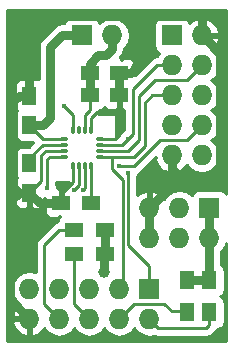
<source format=gtl>
G04 #@! TF.FileFunction,Copper,L1,Top,Signal*
%FSLAX46Y46*%
G04 Gerber Fmt 4.6, Leading zero omitted, Abs format (unit mm)*
G04 Created by KiCad (PCBNEW 0.201509061501+6161~29~ubuntu14.04.1-product) date Sam 12 Sep 2015 09:24:29 CEST*
%MOMM*%
G01*
G04 APERTURE LIST*
%ADD10C,0.100000*%
%ADD11R,1.250000X1.500000*%
%ADD12R,1.500000X1.250000*%
%ADD13R,1.727200X1.727200*%
%ADD14O,1.727200X1.727200*%
%ADD15R,1.300000X1.500000*%
%ADD16R,1.500000X1.300000*%
%ADD17O,0.800000X0.300000*%
%ADD18O,0.300000X0.800000*%
%ADD19C,1.000000*%
%ADD20C,0.400000*%
%ADD21C,0.750000*%
%ADD22C,0.250000*%
%ADD23C,0.254000*%
G04 APERTURE END LIST*
D10*
D11*
X101600000Y-110470000D03*
X101600000Y-107970000D03*
X101600000Y-113685000D03*
X101600000Y-116185000D03*
D12*
X106787000Y-117094000D03*
X104287000Y-117094000D03*
X106700000Y-106045000D03*
X109200000Y-106045000D03*
X106700000Y-107950000D03*
X109200000Y-107950000D03*
D13*
X111760000Y-124333000D03*
D14*
X111760000Y-126873000D03*
X109220000Y-124333000D03*
X109220000Y-126873000D03*
X106680000Y-124333000D03*
X106680000Y-126873000D03*
X104140000Y-124333000D03*
X104140000Y-126873000D03*
X101600000Y-124333000D03*
X101600000Y-126873000D03*
D13*
X106045000Y-102870000D03*
D14*
X108585000Y-102870000D03*
D13*
X113665000Y-102870000D03*
D14*
X116205000Y-102870000D03*
X113665000Y-105410000D03*
X116205000Y-105410000D03*
X113665000Y-107950000D03*
X116205000Y-107950000D03*
X113665000Y-110490000D03*
X116205000Y-110490000D03*
X113665000Y-113030000D03*
X116205000Y-113030000D03*
D15*
X116840000Y-123618000D03*
X116840000Y-126318000D03*
X114935000Y-123618000D03*
X114935000Y-126318000D03*
D16*
X108030000Y-121412000D03*
X105330000Y-121412000D03*
X108030000Y-119380000D03*
X105330000Y-119380000D03*
D17*
X104545000Y-111645000D03*
X104545000Y-112145000D03*
X104545000Y-112645000D03*
X104545000Y-113145000D03*
D18*
X105295000Y-113895000D03*
X105795000Y-113895000D03*
X106295000Y-113895000D03*
X106795000Y-113895000D03*
D17*
X107545000Y-113145000D03*
X107545000Y-112645000D03*
X107545000Y-112145000D03*
X107545000Y-111645000D03*
D18*
X106795000Y-110895000D03*
X106295000Y-110895000D03*
X105795000Y-110895000D03*
X105295000Y-110895000D03*
D13*
X116840000Y-117475000D03*
D14*
X116840000Y-120015000D03*
X114300000Y-117475000D03*
X114300000Y-120015000D03*
X111760000Y-117475000D03*
X111760000Y-120015000D03*
D19*
X107950000Y-122936000D03*
X110744000Y-105537000D03*
X111252000Y-104140000D03*
D20*
X109982000Y-114554000D03*
X109982000Y-111633000D03*
X103124000Y-115824000D03*
X109220000Y-113919000D03*
X105410000Y-115951000D03*
X104521000Y-108839000D03*
X106172000Y-115951000D03*
D21*
X108030000Y-121412000D02*
X107950000Y-121492000D01*
X107950000Y-121492000D02*
X107950000Y-122936000D01*
X108030000Y-121412000D02*
X108030000Y-119380000D01*
X116840000Y-120015000D02*
X116840000Y-123618000D01*
X116840000Y-120015000D02*
X116840000Y-117475000D01*
X114935000Y-123618000D02*
X114808000Y-123491000D01*
X114935000Y-123618000D02*
X116840000Y-123618000D01*
X101600000Y-110470000D02*
X102763000Y-110470000D01*
X102763000Y-110470000D02*
X103378000Y-109855000D01*
X103378000Y-109855000D02*
X103378000Y-103886000D01*
X103378000Y-103886000D02*
X104394000Y-102870000D01*
X104394000Y-102870000D02*
X106045000Y-102870000D01*
D22*
X104545000Y-111645000D02*
X102775000Y-111645000D01*
X102775000Y-111645000D02*
X101600000Y-110470000D01*
D21*
X101600000Y-116185000D02*
X102509000Y-117094000D01*
X102509000Y-117094000D02*
X104287000Y-117094000D01*
X101600000Y-126873000D02*
X99949000Y-125222000D01*
X99949000Y-116927000D02*
X100691000Y-116185000D01*
X99949000Y-125222000D02*
X99949000Y-116927000D01*
X111760000Y-117475000D02*
X114427000Y-114808000D01*
X114427000Y-114808000D02*
X114300000Y-114808000D01*
X111760000Y-120015000D02*
X111760000Y-117475000D01*
X113665000Y-113030000D02*
X113665000Y-114173000D01*
X113665000Y-114173000D02*
X114300000Y-114808000D01*
X117729000Y-104394000D02*
X116205000Y-102870000D01*
X114300000Y-114808000D02*
X116840000Y-114808000D01*
X116840000Y-114808000D02*
X117729000Y-113919000D01*
X117729000Y-113919000D02*
X117729000Y-104394000D01*
X109200000Y-106045000D02*
X110236000Y-106045000D01*
X111252000Y-105029000D02*
X111252000Y-104140000D01*
X111252000Y-104140000D02*
X111252000Y-101219000D01*
X110236000Y-106045000D02*
X110744000Y-105537000D01*
X110744000Y-105537000D02*
X111252000Y-105029000D01*
X109200000Y-106045000D02*
X109200000Y-107950000D01*
X101600000Y-116185000D02*
X100691000Y-116185000D01*
X100691000Y-107970000D02*
X101600000Y-107970000D01*
X100203000Y-108458000D02*
X100691000Y-107970000D01*
X100203000Y-115697000D02*
X100203000Y-108458000D01*
X100691000Y-116185000D02*
X100203000Y-115697000D01*
X116205000Y-102870000D02*
X116205000Y-101346000D01*
X116078000Y-101219000D02*
X111252000Y-101219000D01*
X116205000Y-101346000D02*
X116078000Y-101219000D01*
X111252000Y-101219000D02*
X102997000Y-101219000D01*
X101600000Y-102616000D02*
X101600000Y-107970000D01*
X102997000Y-101219000D02*
X101600000Y-102616000D01*
D22*
X107545000Y-111645000D02*
X108827000Y-111645000D01*
X109200000Y-111272000D02*
X109200000Y-111252000D01*
X109200000Y-111252000D02*
X109200000Y-109113000D01*
X108827000Y-111645000D02*
X109200000Y-111272000D01*
X105295000Y-113895000D02*
X105295000Y-115304000D01*
X105295000Y-115304000D02*
X104287000Y-116312000D01*
X104287000Y-116312000D02*
X104287000Y-117094000D01*
X104545000Y-112645000D02*
X103001000Y-112645000D01*
X102616000Y-115169000D02*
X101600000Y-116185000D01*
X102616000Y-113030000D02*
X102616000Y-115169000D01*
X103001000Y-112645000D02*
X102616000Y-113030000D01*
X106795000Y-110895000D02*
X106795000Y-109867000D01*
X109200000Y-109113000D02*
X109200000Y-107950000D01*
X108966000Y-109347000D02*
X109200000Y-109113000D01*
X107315000Y-109347000D02*
X108966000Y-109347000D01*
X106795000Y-109867000D02*
X107315000Y-109347000D01*
X104545000Y-112145000D02*
X102739000Y-112145000D01*
X102739000Y-112145000D02*
X101600000Y-113284000D01*
X101600000Y-113284000D02*
X101600000Y-113685000D01*
X106795000Y-113895000D02*
X106795000Y-117086000D01*
X106795000Y-117086000D02*
X106787000Y-117094000D01*
D21*
X106700000Y-106045000D02*
X106700000Y-105263000D01*
X108585000Y-104013000D02*
X108585000Y-102870000D01*
X108077000Y-104521000D02*
X108585000Y-104013000D01*
X107442000Y-104521000D02*
X108077000Y-104521000D01*
X106700000Y-105263000D02*
X107442000Y-104521000D01*
X106700000Y-106045000D02*
X106700000Y-107950000D01*
D22*
X106295000Y-110895000D02*
X106295000Y-109605000D01*
X106700000Y-109200000D02*
X106700000Y-106045000D01*
X106295000Y-109605000D02*
X106700000Y-109200000D01*
X111760000Y-124333000D02*
X111760000Y-122936000D01*
X109982000Y-111633000D02*
X110045500Y-111569500D01*
X109982000Y-120650000D02*
X109982000Y-114554000D01*
X111760000Y-122428000D02*
X109982000Y-120650000D01*
X111760000Y-122936000D02*
X111760000Y-122428000D01*
X107545000Y-112145000D02*
X109470000Y-112145000D01*
X112395000Y-105410000D02*
X113665000Y-105410000D01*
X110363000Y-107442000D02*
X112395000Y-105410000D01*
X110363000Y-111252000D02*
X110363000Y-107442000D01*
X109470000Y-112145000D02*
X110045500Y-111569500D01*
X110045500Y-111569500D02*
X110363000Y-111252000D01*
X111760000Y-126873000D02*
X112522000Y-127635000D01*
X116840000Y-127381000D02*
X116840000Y-126318000D01*
X116586000Y-127635000D02*
X116840000Y-127381000D01*
X116332000Y-127635000D02*
X116586000Y-127635000D01*
X112522000Y-127635000D02*
X116332000Y-127635000D01*
X109220000Y-124333000D02*
X109531998Y-124021002D01*
X109531998Y-124021002D02*
X109531998Y-115119998D01*
X109531998Y-115119998D02*
X108585000Y-114173000D01*
X108585000Y-114173000D02*
X108585000Y-113145000D01*
X108585000Y-113145000D02*
X108585000Y-113157000D01*
X108585000Y-113157000D02*
X108585000Y-113145000D01*
X113665000Y-107950000D02*
X112014000Y-107950000D01*
X112014000Y-107950000D02*
X111379000Y-108585000D01*
X111379000Y-108585000D02*
X111379000Y-112204500D01*
X111379000Y-112204500D02*
X110438500Y-113145000D01*
X110438500Y-113145000D02*
X108585000Y-113145000D01*
X108585000Y-113145000D02*
X107545000Y-113145000D01*
X109220000Y-113145000D02*
X109220000Y-113157000D01*
X109220000Y-113157000D02*
X109220000Y-113145000D01*
X107545000Y-113145000D02*
X109220000Y-113145000D01*
X111379000Y-108585000D02*
X112014000Y-107950000D01*
X112014000Y-107950000D02*
X113665000Y-107950000D01*
X111379000Y-108585000D02*
X112014000Y-107950000D01*
X109220000Y-126873000D02*
X110490000Y-125603000D01*
X113665000Y-126238000D02*
X114855000Y-126238000D01*
X113030000Y-125603000D02*
X113665000Y-126238000D01*
X110490000Y-125603000D02*
X113030000Y-125603000D01*
X114855000Y-126238000D02*
X114935000Y-126318000D01*
X104545000Y-113145000D02*
X103332002Y-113145000D01*
X103124000Y-113353002D02*
X103124000Y-115824000D01*
X103332002Y-113145000D02*
X103124000Y-113353002D01*
X106680000Y-126873000D02*
X105410000Y-125603000D01*
X105410000Y-125603000D02*
X105410000Y-121492000D01*
X105410000Y-121492000D02*
X105330000Y-121412000D01*
X116205000Y-110490000D02*
X114935000Y-111760000D01*
X112649000Y-111760000D02*
X110490000Y-113919000D01*
X114935000Y-111760000D02*
X112649000Y-111760000D01*
X109220000Y-113919000D02*
X110490000Y-113919000D01*
X105795000Y-115566000D02*
X105795000Y-113895000D01*
X105410000Y-115951000D02*
X105795000Y-115566000D01*
X104140000Y-126873000D02*
X102870000Y-125603000D01*
X104140000Y-119380000D02*
X105330000Y-119380000D01*
X102870000Y-120650000D02*
X104140000Y-119380000D01*
X102870000Y-120904000D02*
X102870000Y-120650000D01*
X102870000Y-125603000D02*
X102870000Y-120904000D01*
X105295000Y-109613000D02*
X104521000Y-108839000D01*
X105295000Y-109613000D02*
X105295000Y-110895000D01*
X106295000Y-113895000D02*
X106295000Y-115828000D01*
X106295000Y-115828000D02*
X106172000Y-115951000D01*
X106295000Y-113895000D02*
X106299000Y-113899000D01*
X107545000Y-112645000D02*
X109922500Y-112645000D01*
X114935000Y-106680000D02*
X116205000Y-105410000D01*
X112204500Y-106680000D02*
X114935000Y-106680000D01*
X110871000Y-108013500D02*
X112204500Y-106680000D01*
X110871000Y-111696500D02*
X110871000Y-108013500D01*
X109922500Y-112645000D02*
X110871000Y-111696500D01*
D23*
G36*
X118265000Y-116311183D02*
X118167690Y-116159959D01*
X117955490Y-116014969D01*
X117703600Y-115963960D01*
X115976400Y-115963960D01*
X115741083Y-116008238D01*
X115524959Y-116147310D01*
X115379969Y-116359510D01*
X115371136Y-116403131D01*
X115359670Y-116385971D01*
X114873489Y-116061115D01*
X114300000Y-115947041D01*
X113726511Y-116061115D01*
X113240330Y-116385971D01*
X113024336Y-116709228D01*
X112966821Y-116586510D01*
X112534947Y-116192312D01*
X112119026Y-116020042D01*
X111887000Y-116141183D01*
X111887000Y-117348000D01*
X111907000Y-117348000D01*
X111907000Y-117602000D01*
X111887000Y-117602000D01*
X111887000Y-119888000D01*
X111907000Y-119888000D01*
X111907000Y-120142000D01*
X111887000Y-120142000D01*
X111887000Y-120162000D01*
X111633000Y-120162000D01*
X111633000Y-120142000D01*
X111613000Y-120142000D01*
X111613000Y-119888000D01*
X111633000Y-119888000D01*
X111633000Y-117602000D01*
X111613000Y-117602000D01*
X111613000Y-117348000D01*
X111633000Y-117348000D01*
X111633000Y-116141183D01*
X111400974Y-116020042D01*
X110985053Y-116192312D01*
X110742000Y-116414161D01*
X110742000Y-114901091D01*
X110816855Y-114720821D01*
X110816963Y-114597011D01*
X111027401Y-114456401D01*
X112326800Y-113157002D01*
X112331182Y-113157002D01*
X112210042Y-113389026D01*
X112382312Y-113804947D01*
X112776510Y-114236821D01*
X113305973Y-114484968D01*
X113538000Y-114364469D01*
X113538000Y-113157000D01*
X113518000Y-113157000D01*
X113518000Y-112903000D01*
X113538000Y-112903000D01*
X113538000Y-112883000D01*
X113792000Y-112883000D01*
X113792000Y-112903000D01*
X113812000Y-112903000D01*
X113812000Y-113157000D01*
X113792000Y-113157000D01*
X113792000Y-114364469D01*
X114024027Y-114484968D01*
X114553490Y-114236821D01*
X114935008Y-113818839D01*
X115115971Y-114089670D01*
X115602152Y-114414526D01*
X116175641Y-114528600D01*
X116234359Y-114528600D01*
X116807848Y-114414526D01*
X117294029Y-114089670D01*
X117618885Y-113603489D01*
X117732959Y-113030000D01*
X117618885Y-112456511D01*
X117294029Y-111970330D01*
X116979248Y-111760000D01*
X117294029Y-111549670D01*
X117618885Y-111063489D01*
X117732959Y-110490000D01*
X117618885Y-109916511D01*
X117294029Y-109430330D01*
X116979248Y-109220000D01*
X117294029Y-109009670D01*
X117618885Y-108523489D01*
X117732959Y-107950000D01*
X117618885Y-107376511D01*
X117294029Y-106890330D01*
X116979248Y-106680000D01*
X117294029Y-106469670D01*
X117618885Y-105983489D01*
X117732959Y-105410000D01*
X117618885Y-104836511D01*
X117294029Y-104350330D01*
X116970772Y-104134336D01*
X117093490Y-104076821D01*
X117487688Y-103644947D01*
X117659958Y-103229026D01*
X117538817Y-102997000D01*
X116332000Y-102997000D01*
X116332000Y-103017000D01*
X116078000Y-103017000D01*
X116078000Y-102997000D01*
X116058000Y-102997000D01*
X116058000Y-102743000D01*
X116078000Y-102743000D01*
X116078000Y-101535531D01*
X116332000Y-101535531D01*
X116332000Y-102743000D01*
X117538817Y-102743000D01*
X117659958Y-102510974D01*
X117487688Y-102095053D01*
X117093490Y-101663179D01*
X116564027Y-101415032D01*
X116332000Y-101535531D01*
X116078000Y-101535531D01*
X115845973Y-101415032D01*
X115316510Y-101663179D01*
X115146505Y-101849433D01*
X115131762Y-101771083D01*
X114992690Y-101554959D01*
X114780490Y-101409969D01*
X114528600Y-101358960D01*
X112801400Y-101358960D01*
X112566083Y-101403238D01*
X112349959Y-101542310D01*
X112204969Y-101754510D01*
X112153960Y-102006400D01*
X112153960Y-103733600D01*
X112198238Y-103968917D01*
X112337310Y-104185041D01*
X112549510Y-104330031D01*
X112593131Y-104338864D01*
X112575971Y-104350330D01*
X112372785Y-104654419D01*
X112104161Y-104707852D01*
X111857599Y-104872599D01*
X110492224Y-106237974D01*
X110426250Y-106172000D01*
X109327000Y-106172000D01*
X109327000Y-107823000D01*
X109347000Y-107823000D01*
X109347000Y-108077000D01*
X109327000Y-108077000D01*
X109327000Y-109051250D01*
X109485750Y-109210000D01*
X109603000Y-109210000D01*
X109603000Y-110886128D01*
X109509628Y-110924708D01*
X109274534Y-111159393D01*
X109199071Y-111341127D01*
X109155198Y-111385000D01*
X108915200Y-111385000D01*
X108915200Y-109651800D01*
X108905194Y-109602390D01*
X108876753Y-109560765D01*
X108834359Y-109533485D01*
X108788200Y-109524800D01*
X107379456Y-109524800D01*
X107402147Y-109490840D01*
X107402148Y-109490839D01*
X107455752Y-109221358D01*
X107685317Y-109178162D01*
X107901441Y-109039090D01*
X107947969Y-108970994D01*
X108090302Y-109113327D01*
X108323691Y-109210000D01*
X108914250Y-109210000D01*
X109073000Y-109051250D01*
X109073000Y-108077000D01*
X109053000Y-108077000D01*
X109053000Y-107823000D01*
X109073000Y-107823000D01*
X109073000Y-106172000D01*
X109053000Y-106172000D01*
X109053000Y-105918000D01*
X109073000Y-105918000D01*
X109073000Y-105898000D01*
X109327000Y-105898000D01*
X109327000Y-105918000D01*
X110426250Y-105918000D01*
X110585000Y-105759250D01*
X110585000Y-105293690D01*
X110488327Y-105060301D01*
X110309698Y-104881673D01*
X110076309Y-104785000D01*
X109485750Y-104785000D01*
X109327002Y-104943748D01*
X109327002Y-104785000D01*
X109241356Y-104785000D01*
X109299178Y-104727178D01*
X109518118Y-104399511D01*
X109595000Y-104013000D01*
X109595000Y-103982476D01*
X109674029Y-103929670D01*
X109998885Y-103443489D01*
X110112959Y-102870000D01*
X109998885Y-102296511D01*
X109674029Y-101810330D01*
X109187848Y-101485474D01*
X108614359Y-101371400D01*
X108555641Y-101371400D01*
X107982152Y-101485474D01*
X107516558Y-101796574D01*
X107511762Y-101771083D01*
X107372690Y-101554959D01*
X107160490Y-101409969D01*
X106908600Y-101358960D01*
X105181400Y-101358960D01*
X104946083Y-101403238D01*
X104729959Y-101542310D01*
X104584969Y-101754510D01*
X104563607Y-101860000D01*
X104394000Y-101860000D01*
X104007490Y-101936882D01*
X103679822Y-102155822D01*
X102663822Y-103171822D01*
X102444882Y-103499490D01*
X102368000Y-103886000D01*
X102368000Y-106591913D01*
X102351310Y-106585000D01*
X101885750Y-106585000D01*
X101727000Y-106743750D01*
X101727000Y-107843000D01*
X101747000Y-107843000D01*
X101747000Y-108097000D01*
X101727000Y-108097000D01*
X101727000Y-108117000D01*
X101473000Y-108117000D01*
X101473000Y-108097000D01*
X100498750Y-108097000D01*
X100340000Y-108255750D01*
X100340000Y-108846309D01*
X100436673Y-109079698D01*
X100577910Y-109220936D01*
X100523559Y-109255910D01*
X100378569Y-109468110D01*
X100327560Y-109720000D01*
X100327560Y-111220000D01*
X100371838Y-111455317D01*
X100510910Y-111671441D01*
X100723110Y-111816431D01*
X100975000Y-111867440D01*
X101922638Y-111867440D01*
X101932198Y-111877000D01*
X101521638Y-112287560D01*
X100975000Y-112287560D01*
X100739683Y-112331838D01*
X100523559Y-112470910D01*
X100378569Y-112683110D01*
X100327560Y-112935000D01*
X100327560Y-114435000D01*
X100371838Y-114670317D01*
X100510910Y-114886441D01*
X100579006Y-114932969D01*
X100436673Y-115075302D01*
X100340000Y-115308691D01*
X100340000Y-115899250D01*
X100498750Y-116058000D01*
X101473000Y-116058000D01*
X101473000Y-116038000D01*
X101727000Y-116038000D01*
X101727000Y-116058000D01*
X101747000Y-116058000D01*
X101747000Y-116312000D01*
X101727000Y-116312000D01*
X101727000Y-117411250D01*
X101885750Y-117570000D01*
X102351310Y-117570000D01*
X102584699Y-117473327D01*
X102763327Y-117294698D01*
X102860000Y-117061309D01*
X102860000Y-116618503D01*
X102902000Y-116635943D01*
X102902000Y-116808250D01*
X103060750Y-116967000D01*
X104160000Y-116967000D01*
X104160000Y-115992750D01*
X104001250Y-115834000D01*
X103958992Y-115834000D01*
X103959145Y-115658637D01*
X103884000Y-115476771D01*
X103884000Y-115265200D01*
X104915097Y-115265200D01*
X104702534Y-115477393D01*
X104575145Y-115784179D01*
X104575102Y-115834000D01*
X104572750Y-115834000D01*
X104414000Y-115992750D01*
X104414000Y-116967000D01*
X104434000Y-116967000D01*
X104434000Y-117221000D01*
X104414000Y-117221000D01*
X104414000Y-117241000D01*
X104160000Y-117241000D01*
X104160000Y-117221000D01*
X103060750Y-117221000D01*
X102902000Y-117379750D01*
X102902000Y-117845310D01*
X102998673Y-118078699D01*
X103177302Y-118257327D01*
X103410691Y-118354000D01*
X104001250Y-118354000D01*
X104159998Y-118195252D01*
X104159998Y-118245680D01*
X104128559Y-118265910D01*
X103983569Y-118478110D01*
X103947064Y-118658378D01*
X103849160Y-118677852D01*
X103602599Y-118842599D01*
X102332599Y-120112599D01*
X102167852Y-120359161D01*
X102110000Y-120650000D01*
X102110000Y-122906486D01*
X101600000Y-122805041D01*
X101026511Y-122919115D01*
X100540330Y-123243971D01*
X100215474Y-123730152D01*
X100101400Y-124303641D01*
X100101400Y-124362359D01*
X100215474Y-124935848D01*
X100540330Y-125422029D01*
X100811161Y-125602992D01*
X100393179Y-125984510D01*
X100145032Y-126513973D01*
X100265531Y-126746000D01*
X101473000Y-126746000D01*
X101473000Y-126726000D01*
X101727000Y-126726000D01*
X101727000Y-126746000D01*
X101747000Y-126746000D01*
X101747000Y-127000000D01*
X101727000Y-127000000D01*
X101727000Y-128206817D01*
X101959026Y-128327958D01*
X102374947Y-128155688D01*
X102806821Y-127761490D01*
X102864336Y-127638772D01*
X103080330Y-127962029D01*
X103566511Y-128286885D01*
X104140000Y-128400959D01*
X104713489Y-128286885D01*
X105199670Y-127962029D01*
X105410000Y-127647248D01*
X105620330Y-127962029D01*
X106106511Y-128286885D01*
X106680000Y-128400959D01*
X107253489Y-128286885D01*
X107739670Y-127962029D01*
X107950000Y-127647248D01*
X108160330Y-127962029D01*
X108646511Y-128286885D01*
X109220000Y-128400959D01*
X109793489Y-128286885D01*
X110279670Y-127962029D01*
X110490000Y-127647248D01*
X110700330Y-127962029D01*
X111186511Y-128286885D01*
X111760000Y-128400959D01*
X112196668Y-128314100D01*
X112231161Y-128337148D01*
X112522000Y-128395000D01*
X116586000Y-128395000D01*
X116876839Y-128337148D01*
X117123401Y-128172401D01*
X117377401Y-127918401D01*
X117516325Y-127710487D01*
X117725317Y-127671162D01*
X117941441Y-127532090D01*
X118086431Y-127319890D01*
X118137440Y-127068000D01*
X118137440Y-125568000D01*
X118093162Y-125332683D01*
X117954090Y-125116559D01*
X117741890Y-124971569D01*
X117728803Y-124968919D01*
X117941441Y-124832090D01*
X118086431Y-124619890D01*
X118137440Y-124368000D01*
X118137440Y-122868000D01*
X118093162Y-122632683D01*
X117954090Y-122416559D01*
X117850000Y-122345437D01*
X117850000Y-121137217D01*
X117899670Y-121104029D01*
X118224526Y-120617848D01*
X118265000Y-120414371D01*
X118265000Y-128765000D01*
X99735000Y-128765000D01*
X99735000Y-127232027D01*
X100145032Y-127232027D01*
X100393179Y-127761490D01*
X100825053Y-128155688D01*
X101240974Y-128327958D01*
X101473000Y-128206817D01*
X101473000Y-127000000D01*
X100265531Y-127000000D01*
X100145032Y-127232027D01*
X99735000Y-127232027D01*
X99735000Y-116470750D01*
X100340000Y-116470750D01*
X100340000Y-117061309D01*
X100436673Y-117294698D01*
X100615301Y-117473327D01*
X100848690Y-117570000D01*
X101314250Y-117570000D01*
X101473000Y-117411250D01*
X101473000Y-116312000D01*
X100498750Y-116312000D01*
X100340000Y-116470750D01*
X99735000Y-116470750D01*
X99735000Y-107093691D01*
X100340000Y-107093691D01*
X100340000Y-107684250D01*
X100498750Y-107843000D01*
X101473000Y-107843000D01*
X101473000Y-106743750D01*
X101314250Y-106585000D01*
X100848690Y-106585000D01*
X100615301Y-106681673D01*
X100436673Y-106860302D01*
X100340000Y-107093691D01*
X99735000Y-107093691D01*
X99735000Y-100735000D01*
X118265000Y-100735000D01*
X118265000Y-116311183D01*
X118265000Y-116311183D01*
G37*
X118265000Y-116311183D02*
X118167690Y-116159959D01*
X117955490Y-116014969D01*
X117703600Y-115963960D01*
X115976400Y-115963960D01*
X115741083Y-116008238D01*
X115524959Y-116147310D01*
X115379969Y-116359510D01*
X115371136Y-116403131D01*
X115359670Y-116385971D01*
X114873489Y-116061115D01*
X114300000Y-115947041D01*
X113726511Y-116061115D01*
X113240330Y-116385971D01*
X113024336Y-116709228D01*
X112966821Y-116586510D01*
X112534947Y-116192312D01*
X112119026Y-116020042D01*
X111887000Y-116141183D01*
X111887000Y-117348000D01*
X111907000Y-117348000D01*
X111907000Y-117602000D01*
X111887000Y-117602000D01*
X111887000Y-119888000D01*
X111907000Y-119888000D01*
X111907000Y-120142000D01*
X111887000Y-120142000D01*
X111887000Y-120162000D01*
X111633000Y-120162000D01*
X111633000Y-120142000D01*
X111613000Y-120142000D01*
X111613000Y-119888000D01*
X111633000Y-119888000D01*
X111633000Y-117602000D01*
X111613000Y-117602000D01*
X111613000Y-117348000D01*
X111633000Y-117348000D01*
X111633000Y-116141183D01*
X111400974Y-116020042D01*
X110985053Y-116192312D01*
X110742000Y-116414161D01*
X110742000Y-114901091D01*
X110816855Y-114720821D01*
X110816963Y-114597011D01*
X111027401Y-114456401D01*
X112326800Y-113157002D01*
X112331182Y-113157002D01*
X112210042Y-113389026D01*
X112382312Y-113804947D01*
X112776510Y-114236821D01*
X113305973Y-114484968D01*
X113538000Y-114364469D01*
X113538000Y-113157000D01*
X113518000Y-113157000D01*
X113518000Y-112903000D01*
X113538000Y-112903000D01*
X113538000Y-112883000D01*
X113792000Y-112883000D01*
X113792000Y-112903000D01*
X113812000Y-112903000D01*
X113812000Y-113157000D01*
X113792000Y-113157000D01*
X113792000Y-114364469D01*
X114024027Y-114484968D01*
X114553490Y-114236821D01*
X114935008Y-113818839D01*
X115115971Y-114089670D01*
X115602152Y-114414526D01*
X116175641Y-114528600D01*
X116234359Y-114528600D01*
X116807848Y-114414526D01*
X117294029Y-114089670D01*
X117618885Y-113603489D01*
X117732959Y-113030000D01*
X117618885Y-112456511D01*
X117294029Y-111970330D01*
X116979248Y-111760000D01*
X117294029Y-111549670D01*
X117618885Y-111063489D01*
X117732959Y-110490000D01*
X117618885Y-109916511D01*
X117294029Y-109430330D01*
X116979248Y-109220000D01*
X117294029Y-109009670D01*
X117618885Y-108523489D01*
X117732959Y-107950000D01*
X117618885Y-107376511D01*
X117294029Y-106890330D01*
X116979248Y-106680000D01*
X117294029Y-106469670D01*
X117618885Y-105983489D01*
X117732959Y-105410000D01*
X117618885Y-104836511D01*
X117294029Y-104350330D01*
X116970772Y-104134336D01*
X117093490Y-104076821D01*
X117487688Y-103644947D01*
X117659958Y-103229026D01*
X117538817Y-102997000D01*
X116332000Y-102997000D01*
X116332000Y-103017000D01*
X116078000Y-103017000D01*
X116078000Y-102997000D01*
X116058000Y-102997000D01*
X116058000Y-102743000D01*
X116078000Y-102743000D01*
X116078000Y-101535531D01*
X116332000Y-101535531D01*
X116332000Y-102743000D01*
X117538817Y-102743000D01*
X117659958Y-102510974D01*
X117487688Y-102095053D01*
X117093490Y-101663179D01*
X116564027Y-101415032D01*
X116332000Y-101535531D01*
X116078000Y-101535531D01*
X115845973Y-101415032D01*
X115316510Y-101663179D01*
X115146505Y-101849433D01*
X115131762Y-101771083D01*
X114992690Y-101554959D01*
X114780490Y-101409969D01*
X114528600Y-101358960D01*
X112801400Y-101358960D01*
X112566083Y-101403238D01*
X112349959Y-101542310D01*
X112204969Y-101754510D01*
X112153960Y-102006400D01*
X112153960Y-103733600D01*
X112198238Y-103968917D01*
X112337310Y-104185041D01*
X112549510Y-104330031D01*
X112593131Y-104338864D01*
X112575971Y-104350330D01*
X112372785Y-104654419D01*
X112104161Y-104707852D01*
X111857599Y-104872599D01*
X110492224Y-106237974D01*
X110426250Y-106172000D01*
X109327000Y-106172000D01*
X109327000Y-107823000D01*
X109347000Y-107823000D01*
X109347000Y-108077000D01*
X109327000Y-108077000D01*
X109327000Y-109051250D01*
X109485750Y-109210000D01*
X109603000Y-109210000D01*
X109603000Y-110886128D01*
X109509628Y-110924708D01*
X109274534Y-111159393D01*
X109199071Y-111341127D01*
X109155198Y-111385000D01*
X108915200Y-111385000D01*
X108915200Y-109651800D01*
X108905194Y-109602390D01*
X108876753Y-109560765D01*
X108834359Y-109533485D01*
X108788200Y-109524800D01*
X107379456Y-109524800D01*
X107402147Y-109490840D01*
X107402148Y-109490839D01*
X107455752Y-109221358D01*
X107685317Y-109178162D01*
X107901441Y-109039090D01*
X107947969Y-108970994D01*
X108090302Y-109113327D01*
X108323691Y-109210000D01*
X108914250Y-109210000D01*
X109073000Y-109051250D01*
X109073000Y-108077000D01*
X109053000Y-108077000D01*
X109053000Y-107823000D01*
X109073000Y-107823000D01*
X109073000Y-106172000D01*
X109053000Y-106172000D01*
X109053000Y-105918000D01*
X109073000Y-105918000D01*
X109073000Y-105898000D01*
X109327000Y-105898000D01*
X109327000Y-105918000D01*
X110426250Y-105918000D01*
X110585000Y-105759250D01*
X110585000Y-105293690D01*
X110488327Y-105060301D01*
X110309698Y-104881673D01*
X110076309Y-104785000D01*
X109485750Y-104785000D01*
X109327002Y-104943748D01*
X109327002Y-104785000D01*
X109241356Y-104785000D01*
X109299178Y-104727178D01*
X109518118Y-104399511D01*
X109595000Y-104013000D01*
X109595000Y-103982476D01*
X109674029Y-103929670D01*
X109998885Y-103443489D01*
X110112959Y-102870000D01*
X109998885Y-102296511D01*
X109674029Y-101810330D01*
X109187848Y-101485474D01*
X108614359Y-101371400D01*
X108555641Y-101371400D01*
X107982152Y-101485474D01*
X107516558Y-101796574D01*
X107511762Y-101771083D01*
X107372690Y-101554959D01*
X107160490Y-101409969D01*
X106908600Y-101358960D01*
X105181400Y-101358960D01*
X104946083Y-101403238D01*
X104729959Y-101542310D01*
X104584969Y-101754510D01*
X104563607Y-101860000D01*
X104394000Y-101860000D01*
X104007490Y-101936882D01*
X103679822Y-102155822D01*
X102663822Y-103171822D01*
X102444882Y-103499490D01*
X102368000Y-103886000D01*
X102368000Y-106591913D01*
X102351310Y-106585000D01*
X101885750Y-106585000D01*
X101727000Y-106743750D01*
X101727000Y-107843000D01*
X101747000Y-107843000D01*
X101747000Y-108097000D01*
X101727000Y-108097000D01*
X101727000Y-108117000D01*
X101473000Y-108117000D01*
X101473000Y-108097000D01*
X100498750Y-108097000D01*
X100340000Y-108255750D01*
X100340000Y-108846309D01*
X100436673Y-109079698D01*
X100577910Y-109220936D01*
X100523559Y-109255910D01*
X100378569Y-109468110D01*
X100327560Y-109720000D01*
X100327560Y-111220000D01*
X100371838Y-111455317D01*
X100510910Y-111671441D01*
X100723110Y-111816431D01*
X100975000Y-111867440D01*
X101922638Y-111867440D01*
X101932198Y-111877000D01*
X101521638Y-112287560D01*
X100975000Y-112287560D01*
X100739683Y-112331838D01*
X100523559Y-112470910D01*
X100378569Y-112683110D01*
X100327560Y-112935000D01*
X100327560Y-114435000D01*
X100371838Y-114670317D01*
X100510910Y-114886441D01*
X100579006Y-114932969D01*
X100436673Y-115075302D01*
X100340000Y-115308691D01*
X100340000Y-115899250D01*
X100498750Y-116058000D01*
X101473000Y-116058000D01*
X101473000Y-116038000D01*
X101727000Y-116038000D01*
X101727000Y-116058000D01*
X101747000Y-116058000D01*
X101747000Y-116312000D01*
X101727000Y-116312000D01*
X101727000Y-117411250D01*
X101885750Y-117570000D01*
X102351310Y-117570000D01*
X102584699Y-117473327D01*
X102763327Y-117294698D01*
X102860000Y-117061309D01*
X102860000Y-116618503D01*
X102902000Y-116635943D01*
X102902000Y-116808250D01*
X103060750Y-116967000D01*
X104160000Y-116967000D01*
X104160000Y-115992750D01*
X104001250Y-115834000D01*
X103958992Y-115834000D01*
X103959145Y-115658637D01*
X103884000Y-115476771D01*
X103884000Y-115265200D01*
X104915097Y-115265200D01*
X104702534Y-115477393D01*
X104575145Y-115784179D01*
X104575102Y-115834000D01*
X104572750Y-115834000D01*
X104414000Y-115992750D01*
X104414000Y-116967000D01*
X104434000Y-116967000D01*
X104434000Y-117221000D01*
X104414000Y-117221000D01*
X104414000Y-117241000D01*
X104160000Y-117241000D01*
X104160000Y-117221000D01*
X103060750Y-117221000D01*
X102902000Y-117379750D01*
X102902000Y-117845310D01*
X102998673Y-118078699D01*
X103177302Y-118257327D01*
X103410691Y-118354000D01*
X104001250Y-118354000D01*
X104159998Y-118195252D01*
X104159998Y-118245680D01*
X104128559Y-118265910D01*
X103983569Y-118478110D01*
X103947064Y-118658378D01*
X103849160Y-118677852D01*
X103602599Y-118842599D01*
X102332599Y-120112599D01*
X102167852Y-120359161D01*
X102110000Y-120650000D01*
X102110000Y-122906486D01*
X101600000Y-122805041D01*
X101026511Y-122919115D01*
X100540330Y-123243971D01*
X100215474Y-123730152D01*
X100101400Y-124303641D01*
X100101400Y-124362359D01*
X100215474Y-124935848D01*
X100540330Y-125422029D01*
X100811161Y-125602992D01*
X100393179Y-125984510D01*
X100145032Y-126513973D01*
X100265531Y-126746000D01*
X101473000Y-126746000D01*
X101473000Y-126726000D01*
X101727000Y-126726000D01*
X101727000Y-126746000D01*
X101747000Y-126746000D01*
X101747000Y-127000000D01*
X101727000Y-127000000D01*
X101727000Y-128206817D01*
X101959026Y-128327958D01*
X102374947Y-128155688D01*
X102806821Y-127761490D01*
X102864336Y-127638772D01*
X103080330Y-127962029D01*
X103566511Y-128286885D01*
X104140000Y-128400959D01*
X104713489Y-128286885D01*
X105199670Y-127962029D01*
X105410000Y-127647248D01*
X105620330Y-127962029D01*
X106106511Y-128286885D01*
X106680000Y-128400959D01*
X107253489Y-128286885D01*
X107739670Y-127962029D01*
X107950000Y-127647248D01*
X108160330Y-127962029D01*
X108646511Y-128286885D01*
X109220000Y-128400959D01*
X109793489Y-128286885D01*
X110279670Y-127962029D01*
X110490000Y-127647248D01*
X110700330Y-127962029D01*
X111186511Y-128286885D01*
X111760000Y-128400959D01*
X112196668Y-128314100D01*
X112231161Y-128337148D01*
X112522000Y-128395000D01*
X116586000Y-128395000D01*
X116876839Y-128337148D01*
X117123401Y-128172401D01*
X117377401Y-127918401D01*
X117516325Y-127710487D01*
X117725317Y-127671162D01*
X117941441Y-127532090D01*
X118086431Y-127319890D01*
X118137440Y-127068000D01*
X118137440Y-125568000D01*
X118093162Y-125332683D01*
X117954090Y-125116559D01*
X117741890Y-124971569D01*
X117728803Y-124968919D01*
X117941441Y-124832090D01*
X118086431Y-124619890D01*
X118137440Y-124368000D01*
X118137440Y-122868000D01*
X118093162Y-122632683D01*
X117954090Y-122416559D01*
X117850000Y-122345437D01*
X117850000Y-121137217D01*
X117899670Y-121104029D01*
X118224526Y-120617848D01*
X118265000Y-120414371D01*
X118265000Y-128765000D01*
X99735000Y-128765000D01*
X99735000Y-127232027D01*
X100145032Y-127232027D01*
X100393179Y-127761490D01*
X100825053Y-128155688D01*
X101240974Y-128327958D01*
X101473000Y-128206817D01*
X101473000Y-127000000D01*
X100265531Y-127000000D01*
X100145032Y-127232027D01*
X99735000Y-127232027D01*
X99735000Y-116470750D01*
X100340000Y-116470750D01*
X100340000Y-117061309D01*
X100436673Y-117294698D01*
X100615301Y-117473327D01*
X100848690Y-117570000D01*
X101314250Y-117570000D01*
X101473000Y-117411250D01*
X101473000Y-116312000D01*
X100498750Y-116312000D01*
X100340000Y-116470750D01*
X99735000Y-116470750D01*
X99735000Y-107093691D01*
X100340000Y-107093691D01*
X100340000Y-107684250D01*
X100498750Y-107843000D01*
X101473000Y-107843000D01*
X101473000Y-106743750D01*
X101314250Y-106585000D01*
X100848690Y-106585000D01*
X100615301Y-106681673D01*
X100436673Y-106860302D01*
X100340000Y-107093691D01*
X99735000Y-107093691D01*
X99735000Y-100735000D01*
X118265000Y-100735000D01*
X118265000Y-116311183D01*
M02*

</source>
